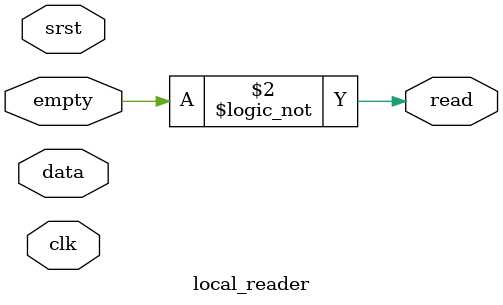
<source format=v>

module local_reader
  #(parameter integer LOCAL_ID      = 0,
    parameter integer PAYLOAD_WIDTH = 32,
    parameter integer FLIT_WIDTH    = PAYLOAD_WIDTH + 1)
   (input wire                  clk,
    input wire                  srst,
    output reg                  read,
    input wire                  empty,
    input wire [FLIT_WIDTH-1:0] data);

   reg read_reg;
   reg start;

   always @(*) begin
      read = !empty;
   end

   always @(posedge clk) begin
      if (srst == 1'b1) begin
         read_reg <= 1'b0;
      end
      else begin
         read_reg <= read;
      end
   end

   always @(posedge clk) begin
      if (srst == 1'b1) begin
         start <= 1;
      end
      else begin
         if (read_reg == 1'b1) begin
            start <= data[FLIT_WIDTH-1];
         end
      end
   end

   always @(posedge clk) begin
      if (read_reg == 1'b1) begin
         if (start == 1'b1) begin
            $display("Local Xfce %0d: Receiving packet from %0d (%08x)",
                     LOCAL_ID, data[31:16], data);
         end
         else if (data[FLIT_WIDTH-1] == 1'b1) begin
            $display("Local Xfce %0d: Last flit received from %0d (%08x)",
                     LOCAL_ID, data[31:16], data);
         end
      end
   end

endmodule

</source>
